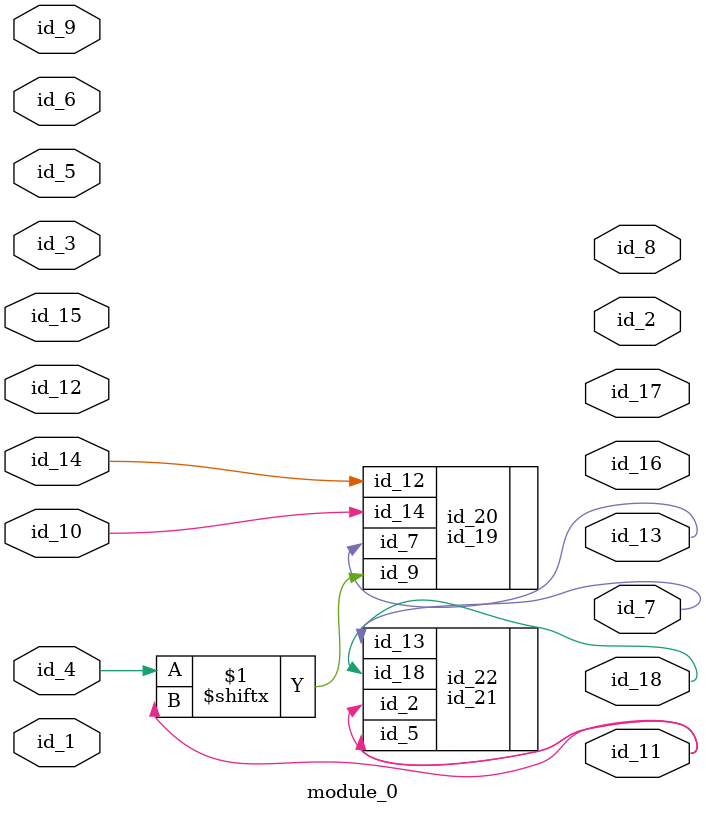
<source format=v>
module module_0 (
    id_1,
    id_2,
    id_3,
    id_4,
    id_5,
    id_6,
    id_7,
    id_8,
    id_9,
    id_10,
    id_11,
    id_12,
    id_13,
    id_14,
    id_15,
    id_16,
    id_17,
    id_18
);
  output id_18;
  output id_17;
  output id_16;
  input id_15;
  input id_14;
  output id_13;
  input id_12;
  output id_11;
  input id_10;
  input id_9;
  output id_8;
  output id_7;
  input id_6;
  input id_5;
  input id_4;
  input id_3;
  output id_2;
  input id_1;
  id_19 id_20 (
      .id_14(id_10),
      .id_9 (id_4[id_11]),
      .id_7 (id_12),
      .id_7 (id_13),
      .id_12(id_14)
  );
  id_21 id_22 (
      .id_5 (id_11),
      .id_18(id_18),
      .id_2 (id_11),
      .id_13(id_7)
  );
  id_23 id_24 (
      .id_14(id_5),
      .id_5 (id_6)
  );
endmodule

</source>
